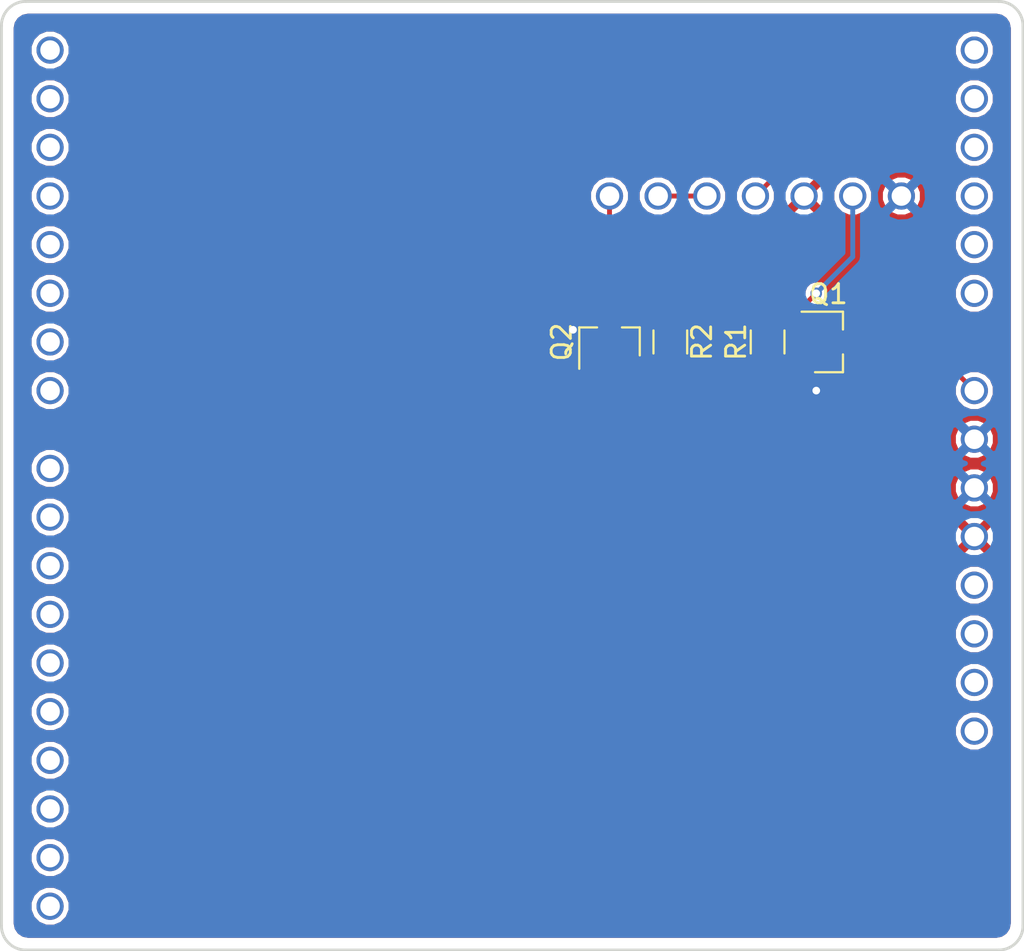
<source format=kicad_pcb>
(kicad_pcb (version 4) (host pcbnew 4.0.7-e2-6376~58~ubuntu14.04.1)

  (general
    (links 14)
    (no_connects 0)
    (area 142.164999 96.444999 195.655001 146.125001)
    (thickness 1.6)
    (drawings 8)
    (tracks 31)
    (zones 0)
    (modules 6)
    (nets 36)
  )

  (page A4)
  (layers
    (0 F.Cu signal)
    (31 B.Cu signal)
    (32 B.Adhes user)
    (33 F.Adhes user)
    (34 B.Paste user)
    (35 F.Paste user)
    (36 B.SilkS user)
    (37 F.SilkS user)
    (38 B.Mask user)
    (39 F.Mask user)
    (40 Dwgs.User user)
    (41 Cmts.User user)
    (42 Eco1.User user)
    (43 Eco2.User user)
    (44 Edge.Cuts user)
    (45 Margin user)
    (46 B.CrtYd user)
    (47 F.CrtYd user)
    (48 B.Fab user)
    (49 F.Fab user)
  )

  (setup
    (last_trace_width 0.254)
    (trace_clearance 0.254)
    (zone_clearance 0.254)
    (zone_45_only no)
    (trace_min 0.2)
    (segment_width 0.2)
    (edge_width 0.15)
    (via_size 0.6)
    (via_drill 0.4)
    (via_min_size 0.4)
    (via_min_drill 0.3)
    (uvia_size 0.3)
    (uvia_drill 0.1)
    (uvias_allowed no)
    (uvia_min_size 0)
    (uvia_min_drill 0)
    (pcb_text_width 0.3)
    (pcb_text_size 1.5 1.5)
    (mod_edge_width 0.15)
    (mod_text_size 1 1)
    (mod_text_width 0.15)
    (pad_size 1.524 1.524)
    (pad_drill 0.762)
    (pad_to_mask_clearance 0.2)
    (aux_axis_origin 0 0)
    (visible_elements FFFFFF7F)
    (pcbplotparams
      (layerselection 0x010f0_80000001)
      (usegerberextensions false)
      (excludeedgelayer true)
      (linewidth 0.100000)
      (plotframeref false)
      (viasonmask false)
      (mode 1)
      (useauxorigin false)
      (hpglpennumber 1)
      (hpglpenspeed 20)
      (hpglpendiameter 15)
      (hpglpenoverlay 2)
      (psnegative false)
      (psa4output false)
      (plotreference true)
      (plotvalue true)
      (plotinvisibletext false)
      (padsonsilk false)
      (subtractmaskfromsilk false)
      (outputformat 1)
      (mirror false)
      (drillshape 0)
      (scaleselection 1)
      (outputdirectory ""))
  )

  (net 0 "")
  (net 1 "Net-(J1-Pad1)")
  (net 2 "Net-(J1-Pad2)")
  (net 3 "Net-(J1-Pad3)")
  (net 4 "Net-(J1-Pad4)")
  (net 5 "Net-(J1-Pad5)")
  (net 6 "Net-(J1-Pad6)")
  (net 7 "Net-(J1-Pad7)")
  (net 8 "Net-(J1-Pad8)")
  (net 9 "Net-(J1-Pad9)")
  (net 10 "Net-(J1-Pad10)")
  (net 11 "Net-(J1-Pad11)")
  (net 12 "Net-(J1-Pad12)")
  (net 13 "Net-(J1-Pad13)")
  (net 14 "Net-(J1-Pad14)")
  (net 15 "Net-(J1-Pad15)")
  (net 16 "Net-(J1-Pad16)")
  (net 17 "Net-(J1-Pad17)")
  (net 18 "Net-(J1-Pad18)")
  (net 19 "Net-(J1-Pad19)")
  (net 20 "Net-(J1-Pad20)")
  (net 21 "Net-(J1-Pad21)")
  (net 22 "Net-(J1-Pad22)")
  (net 23 "Net-(J1-Pad23)")
  (net 24 "Net-(J1-Pad24)")
  (net 25 +12V)
  (net 26 GND)
  (net 27 VCC)
  (net 28 "Net-(J1-Pad29)")
  (net 29 "Net-(J1-Pad30)")
  (net 30 "Net-(J1-Pad31)")
  (net 31 "Net-(J1-Pad32)")
  (net 32 /Estop-)
  (net 33 /Estop+)
  (net 34 /HE_Out)
  (net 35 "Net-(Q1-Pad3)")

  (net_class Default "This is the default net class."
    (clearance 0.254)
    (trace_width 0.254)
    (via_dia 0.6)
    (via_drill 0.4)
    (uvia_dia 0.3)
    (uvia_drill 0.1)
    (add_net +12V)
    (add_net /Estop+)
    (add_net /Estop-)
    (add_net /HE_Out)
    (add_net GND)
    (add_net "Net-(J1-Pad1)")
    (add_net "Net-(J1-Pad10)")
    (add_net "Net-(J1-Pad11)")
    (add_net "Net-(J1-Pad12)")
    (add_net "Net-(J1-Pad13)")
    (add_net "Net-(J1-Pad14)")
    (add_net "Net-(J1-Pad15)")
    (add_net "Net-(J1-Pad16)")
    (add_net "Net-(J1-Pad17)")
    (add_net "Net-(J1-Pad18)")
    (add_net "Net-(J1-Pad19)")
    (add_net "Net-(J1-Pad2)")
    (add_net "Net-(J1-Pad20)")
    (add_net "Net-(J1-Pad21)")
    (add_net "Net-(J1-Pad22)")
    (add_net "Net-(J1-Pad23)")
    (add_net "Net-(J1-Pad24)")
    (add_net "Net-(J1-Pad29)")
    (add_net "Net-(J1-Pad3)")
    (add_net "Net-(J1-Pad30)")
    (add_net "Net-(J1-Pad31)")
    (add_net "Net-(J1-Pad32)")
    (add_net "Net-(J1-Pad4)")
    (add_net "Net-(J1-Pad5)")
    (add_net "Net-(J1-Pad6)")
    (add_net "Net-(J1-Pad7)")
    (add_net "Net-(J1-Pad8)")
    (add_net "Net-(J1-Pad9)")
    (add_net "Net-(Q1-Pad3)")
    (add_net VCC)
  )

  (module footprints:SOT-23F (layer F.Cu) (tedit 59F24B04) (tstamp 5A0652AD)
    (at 173.99 114.3 90)
    (descr "SOT-23, Standard")
    (tags SOT-23)
    (path /5A063FB1)
    (attr smd)
    (fp_text reference Q2 (at 0 -2.5 90) (layer F.SilkS)
      (effects (font (size 1 1) (thickness 0.15)))
    )
    (fp_text value SSM3K333R (at 0 2.5 90) (layer F.Fab) hide
      (effects (font (size 1 1) (thickness 0.15)))
    )
    (fp_line (start -0.7 -0.95) (end -0.7 1.5) (layer F.Fab) (width 0.1))
    (fp_line (start -0.15 -1.52) (end 0.7 -1.52) (layer F.Fab) (width 0.1))
    (fp_line (start -0.7 -0.95) (end -0.15 -1.52) (layer F.Fab) (width 0.1))
    (fp_line (start 0.7 -1.52) (end 0.7 1.52) (layer F.Fab) (width 0.1))
    (fp_line (start -0.7 1.52) (end 0.7 1.52) (layer F.Fab) (width 0.1))
    (fp_line (start 0.76 1.58) (end 0.76 0.65) (layer F.SilkS) (width 0.12))
    (fp_line (start 0.76 -1.58) (end 0.76 -0.65) (layer F.SilkS) (width 0.12))
    (fp_line (start -1.7 -1.75) (end 1.7 -1.75) (layer F.CrtYd) (width 0.05))
    (fp_line (start 1.7 -1.75) (end 1.7 1.75) (layer F.CrtYd) (width 0.05))
    (fp_line (start 1.7 1.75) (end -1.7 1.75) (layer F.CrtYd) (width 0.05))
    (fp_line (start -1.7 1.75) (end -1.7 -1.75) (layer F.CrtYd) (width 0.05))
    (fp_line (start 0.76 -1.58) (end -1.4 -1.58) (layer F.SilkS) (width 0.12))
    (fp_line (start 0.76 1.58) (end -0.7 1.58) (layer F.SilkS) (width 0.12))
    (pad 1 smd rect (at -1.05 -0.95 90) (size 0.9 0.8) (layers F.Cu F.Paste F.Mask)
      (net 35 "Net-(Q1-Pad3)"))
    (pad 2 smd rect (at -1.05 0.95 90) (size 0.9 0.8) (layers F.Cu F.Paste F.Mask)
      (net 26 GND))
    (pad 3 smd rect (at 1.05 0 90) (size 0.9 0.8) (layers F.Cu F.Paste F.Mask)
      (net 32 /Estop-))
    (model ${KISYS3DMOD}/TO_SOT_Packages_SMD.3dshapes/SOT-23.wrl
      (at (xyz 0 0 0))
      (scale (xyz 1 1 1))
      (rotate (xyz 0 0 0))
    )
  )

  (module odysseus:Header_Arduino_Shield (layer F.Cu) (tedit 5A065532) (tstamp 5A065294)
    (at 144.78 99.06)
    (path /5A064289)
    (fp_text reference J1 (at 2.54 0) (layer F.Fab)
      (effects (font (size 1 1) (thickness 0.15)))
    )
    (fp_text value Conn_01x32 (at 0 -0.5) (layer F.Fab) hide
      (effects (font (size 1 1) (thickness 0.15)))
    )
    (pad 1 thru_hole circle (at 0 0) (size 1.42 1.42) (drill 1.02) (layers *.Cu *.Mask)
      (net 1 "Net-(J1-Pad1)"))
    (pad 2 thru_hole circle (at 0 2.54) (size 1.42 1.42) (drill 1.02) (layers *.Cu *.Mask)
      (net 2 "Net-(J1-Pad2)"))
    (pad 3 thru_hole circle (at 0 5.08) (size 1.42 1.42) (drill 1.02) (layers *.Cu *.Mask)
      (net 3 "Net-(J1-Pad3)"))
    (pad 4 thru_hole circle (at 0 7.62) (size 1.42 1.42) (drill 1.02) (layers *.Cu *.Mask)
      (net 4 "Net-(J1-Pad4)"))
    (pad 5 thru_hole circle (at 0 10.16) (size 1.42 1.42) (drill 1.02) (layers *.Cu *.Mask)
      (net 5 "Net-(J1-Pad5)"))
    (pad 6 thru_hole circle (at 0 12.7) (size 1.42 1.42) (drill 1.02) (layers *.Cu *.Mask)
      (net 6 "Net-(J1-Pad6)"))
    (pad 7 thru_hole circle (at 0 15.24) (size 1.42 1.42) (drill 1.02) (layers *.Cu *.Mask)
      (net 7 "Net-(J1-Pad7)"))
    (pad 8 thru_hole circle (at 0 17.78) (size 1.42 1.42) (drill 1.02) (layers *.Cu *.Mask)
      (net 8 "Net-(J1-Pad8)"))
    (pad 9 thru_hole circle (at 0 21.844) (size 1.42 1.42) (drill 1.02) (layers *.Cu *.Mask)
      (net 9 "Net-(J1-Pad9)"))
    (pad 10 thru_hole circle (at 0 24.384) (size 1.42 1.42) (drill 1.02) (layers *.Cu *.Mask)
      (net 10 "Net-(J1-Pad10)"))
    (pad 11 thru_hole circle (at 0 26.924) (size 1.42 1.42) (drill 1.02) (layers *.Cu *.Mask)
      (net 11 "Net-(J1-Pad11)"))
    (pad 12 thru_hole circle (at 0 29.464) (size 1.42 1.42) (drill 1.02) (layers *.Cu *.Mask)
      (net 12 "Net-(J1-Pad12)"))
    (pad 13 thru_hole circle (at 0 32.004) (size 1.42 1.42) (drill 1.02) (layers *.Cu *.Mask)
      (net 13 "Net-(J1-Pad13)"))
    (pad 14 thru_hole circle (at 0 34.544) (size 1.42 1.42) (drill 1.02) (layers *.Cu *.Mask)
      (net 14 "Net-(J1-Pad14)"))
    (pad 15 thru_hole circle (at 0 37.084) (size 1.42 1.42) (drill 1.02) (layers *.Cu *.Mask)
      (net 15 "Net-(J1-Pad15)"))
    (pad 16 thru_hole circle (at 0 39.624) (size 1.42 1.42) (drill 1.02) (layers *.Cu *.Mask)
      (net 16 "Net-(J1-Pad16)"))
    (pad 17 thru_hole circle (at 0 42.164) (size 1.42 1.42) (drill 1.02) (layers *.Cu *.Mask)
      (net 17 "Net-(J1-Pad17)"))
    (pad 18 thru_hole circle (at 0 44.704) (size 1.42 1.42) (drill 1.02) (layers *.Cu *.Mask)
      (net 18 "Net-(J1-Pad18)"))
    (pad 19 thru_hole circle (at 48.26 0) (size 1.42 1.42) (drill 1.02) (layers *.Cu *.Mask)
      (net 19 "Net-(J1-Pad19)"))
    (pad 20 thru_hole circle (at 48.26 2.54) (size 1.42 1.42) (drill 1.02) (layers *.Cu *.Mask)
      (net 20 "Net-(J1-Pad20)"))
    (pad 21 thru_hole circle (at 48.26 5.08) (size 1.42 1.42) (drill 1.02) (layers *.Cu *.Mask)
      (net 21 "Net-(J1-Pad21)"))
    (pad 22 thru_hole circle (at 48.26 7.62) (size 1.42 1.42) (drill 1.02) (layers *.Cu *.Mask)
      (net 22 "Net-(J1-Pad22)"))
    (pad 23 thru_hole circle (at 48.26 10.16) (size 1.42 1.42) (drill 1.02) (layers *.Cu *.Mask)
      (net 23 "Net-(J1-Pad23)"))
    (pad 24 thru_hole circle (at 48.26 12.7) (size 1.42 1.42) (drill 1.02) (layers *.Cu *.Mask)
      (net 24 "Net-(J1-Pad24)"))
    (pad 25 thru_hole circle (at 48.26 17.78) (size 1.42 1.42) (drill 1.02) (layers *.Cu *.Mask)
      (net 25 +12V))
    (pad 26 thru_hole circle (at 48.26 20.32) (size 1.42 1.42) (drill 1.02) (layers *.Cu *.Mask)
      (net 26 GND))
    (pad 27 thru_hole circle (at 48.26 22.86) (size 1.42 1.42) (drill 1.02) (layers *.Cu *.Mask)
      (net 26 GND))
    (pad 28 thru_hole circle (at 48.26 25.4) (size 1.42 1.42) (drill 1.02) (layers *.Cu *.Mask)
      (net 27 VCC))
    (pad 29 thru_hole circle (at 48.26 27.94) (size 1.42 1.42) (drill 1.02) (layers *.Cu *.Mask)
      (net 28 "Net-(J1-Pad29)"))
    (pad 30 thru_hole circle (at 48.26 30.48) (size 1.42 1.42) (drill 1.02) (layers *.Cu *.Mask)
      (net 29 "Net-(J1-Pad30)"))
    (pad 31 thru_hole circle (at 48.26 33.02) (size 1.42 1.42) (drill 1.02) (layers *.Cu *.Mask)
      (net 30 "Net-(J1-Pad31)"))
    (pad 32 thru_hole circle (at 48.26 35.56) (size 1.42 1.42) (drill 1.02) (layers *.Cu *.Mask)
      (net 31 "Net-(J1-Pad32)"))
  )

  (module odysseus:Header_P2.54mm_7 (layer F.Cu) (tedit 5A065543) (tstamp 5A06529F)
    (at 173.99 106.68 90)
    (path /5A0643BB)
    (fp_text reference J2 (at 0 -2.54 90) (layer F.Fab)
      (effects (font (size 1 1) (thickness 0.15)))
    )
    (fp_text value Conn_01x07 (at 0 -0.5 90) (layer F.Fab) hide
      (effects (font (size 1 1) (thickness 0.15)))
    )
    (pad 1 thru_hole circle (at 0 0 90) (size 1.42 1.42) (drill 1.02) (layers *.Cu *.Mask)
      (net 32 /Estop-))
    (pad 2 thru_hole circle (at 0 2.54 90) (size 1.42 1.42) (drill 1.02) (layers *.Cu *.Mask)
      (net 33 /Estop+))
    (pad 3 thru_hole circle (at 0 5.08 90) (size 1.42 1.42) (drill 1.02) (layers *.Cu *.Mask)
      (net 33 /Estop+))
    (pad 4 thru_hole circle (at 0 7.62 90) (size 1.42 1.42) (drill 1.02) (layers *.Cu *.Mask)
      (net 25 +12V))
    (pad 5 thru_hole circle (at 0 10.16 90) (size 1.42 1.42) (drill 1.02) (layers *.Cu *.Mask)
      (net 27 VCC))
    (pad 6 thru_hole circle (at 0 12.7 90) (size 1.42 1.42) (drill 1.02) (layers *.Cu *.Mask)
      (net 34 /HE_Out))
    (pad 7 thru_hole circle (at 0 15.24 90) (size 1.42 1.42) (drill 1.02) (layers *.Cu *.Mask)
      (net 26 GND))
  )

  (module footprints:SOT-23F (layer F.Cu) (tedit 59F24B04) (tstamp 5A0652A6)
    (at 185.42 114.3)
    (descr "SOT-23, Standard")
    (tags SOT-23)
    (path /5A064039)
    (attr smd)
    (fp_text reference Q1 (at 0 -2.5) (layer F.SilkS)
      (effects (font (size 1 1) (thickness 0.15)))
    )
    (fp_text value SSM3K333R (at 0 2.5) (layer F.Fab) hide
      (effects (font (size 1 1) (thickness 0.15)))
    )
    (fp_line (start -0.7 -0.95) (end -0.7 1.5) (layer F.Fab) (width 0.1))
    (fp_line (start -0.15 -1.52) (end 0.7 -1.52) (layer F.Fab) (width 0.1))
    (fp_line (start -0.7 -0.95) (end -0.15 -1.52) (layer F.Fab) (width 0.1))
    (fp_line (start 0.7 -1.52) (end 0.7 1.52) (layer F.Fab) (width 0.1))
    (fp_line (start -0.7 1.52) (end 0.7 1.52) (layer F.Fab) (width 0.1))
    (fp_line (start 0.76 1.58) (end 0.76 0.65) (layer F.SilkS) (width 0.12))
    (fp_line (start 0.76 -1.58) (end 0.76 -0.65) (layer F.SilkS) (width 0.12))
    (fp_line (start -1.7 -1.75) (end 1.7 -1.75) (layer F.CrtYd) (width 0.05))
    (fp_line (start 1.7 -1.75) (end 1.7 1.75) (layer F.CrtYd) (width 0.05))
    (fp_line (start 1.7 1.75) (end -1.7 1.75) (layer F.CrtYd) (width 0.05))
    (fp_line (start -1.7 1.75) (end -1.7 -1.75) (layer F.CrtYd) (width 0.05))
    (fp_line (start 0.76 -1.58) (end -1.4 -1.58) (layer F.SilkS) (width 0.12))
    (fp_line (start 0.76 1.58) (end -0.7 1.58) (layer F.SilkS) (width 0.12))
    (pad 1 smd rect (at -1.05 -0.95) (size 0.9 0.8) (layers F.Cu F.Paste F.Mask)
      (net 34 /HE_Out))
    (pad 2 smd rect (at -1.05 0.95) (size 0.9 0.8) (layers F.Cu F.Paste F.Mask)
      (net 26 GND))
    (pad 3 smd rect (at 1.05 0) (size 0.9 0.8) (layers F.Cu F.Paste F.Mask)
      (net 35 "Net-(Q1-Pad3)"))
    (model ${KISYS3DMOD}/TO_SOT_Packages_SMD.3dshapes/SOT-23.wrl
      (at (xyz 0 0 0))
      (scale (xyz 1 1 1))
      (rotate (xyz 0 0 0))
    )
  )

  (module footprints:R_0805_OEM (layer F.Cu) (tedit 59F25131) (tstamp 5A0652B3)
    (at 182.245 114.3 90)
    (descr "Resistor SMD 0805, reflow soldering, Vishay (see dcrcw.pdf)")
    (tags "resistor 0805")
    (path /5A0646A5)
    (attr smd)
    (fp_text reference R1 (at 0 -1.65 90) (layer F.SilkS)
      (effects (font (size 1 1) (thickness 0.15)))
    )
    (fp_text value R_10k (at 0 1.75 90) (layer F.Fab) hide
      (effects (font (size 1 1) (thickness 0.15)))
    )
    (fp_line (start -1 0.62) (end -1 -0.62) (layer F.Fab) (width 0.1))
    (fp_line (start 1 0.62) (end -1 0.62) (layer F.Fab) (width 0.1))
    (fp_line (start 1 -0.62) (end 1 0.62) (layer F.Fab) (width 0.1))
    (fp_line (start -1 -0.62) (end 1 -0.62) (layer F.Fab) (width 0.1))
    (fp_line (start 0.6 0.88) (end -0.6 0.88) (layer F.SilkS) (width 0.12))
    (fp_line (start -0.6 -0.88) (end 0.6 -0.88) (layer F.SilkS) (width 0.12))
    (fp_line (start -1.55 -0.9) (end 1.55 -0.9) (layer F.CrtYd) (width 0.05))
    (fp_line (start -1.55 -0.9) (end -1.55 0.9) (layer F.CrtYd) (width 0.05))
    (fp_line (start 1.55 0.9) (end 1.55 -0.9) (layer F.CrtYd) (width 0.05))
    (fp_line (start 1.55 0.9) (end -1.55 0.9) (layer F.CrtYd) (width 0.05))
    (pad 1 smd rect (at -0.95 0 90) (size 0.7 1.3) (layers F.Cu F.Paste F.Mask)
      (net 27 VCC))
    (pad 2 smd rect (at 0.95 0 90) (size 0.7 1.3) (layers F.Cu F.Paste F.Mask)
      (net 34 /HE_Out))
    (model ${KISYS3DMOD}/Resistors_SMD.3dshapes/R_0805.wrl
      (at (xyz 0 0 0))
      (scale (xyz 1 1 1))
      (rotate (xyz 0 0 0))
    )
  )

  (module footprints:R_0805_OEM (layer F.Cu) (tedit 59F25131) (tstamp 5A0652B9)
    (at 177.165 114.3 270)
    (descr "Resistor SMD 0805, reflow soldering, Vishay (see dcrcw.pdf)")
    (tags "resistor 0805")
    (path /5A0646D8)
    (attr smd)
    (fp_text reference R2 (at 0 -1.65 270) (layer F.SilkS)
      (effects (font (size 1 1) (thickness 0.15)))
    )
    (fp_text value R_10k (at 0 1.75 270) (layer F.Fab) hide
      (effects (font (size 1 1) (thickness 0.15)))
    )
    (fp_line (start -1 0.62) (end -1 -0.62) (layer F.Fab) (width 0.1))
    (fp_line (start 1 0.62) (end -1 0.62) (layer F.Fab) (width 0.1))
    (fp_line (start 1 -0.62) (end 1 0.62) (layer F.Fab) (width 0.1))
    (fp_line (start -1 -0.62) (end 1 -0.62) (layer F.Fab) (width 0.1))
    (fp_line (start 0.6 0.88) (end -0.6 0.88) (layer F.SilkS) (width 0.12))
    (fp_line (start -0.6 -0.88) (end 0.6 -0.88) (layer F.SilkS) (width 0.12))
    (fp_line (start -1.55 -0.9) (end 1.55 -0.9) (layer F.CrtYd) (width 0.05))
    (fp_line (start -1.55 -0.9) (end -1.55 0.9) (layer F.CrtYd) (width 0.05))
    (fp_line (start 1.55 0.9) (end 1.55 -0.9) (layer F.CrtYd) (width 0.05))
    (fp_line (start 1.55 0.9) (end -1.55 0.9) (layer F.CrtYd) (width 0.05))
    (pad 1 smd rect (at -0.95 0 270) (size 0.7 1.3) (layers F.Cu F.Paste F.Mask)
      (net 27 VCC))
    (pad 2 smd rect (at 0.95 0 270) (size 0.7 1.3) (layers F.Cu F.Paste F.Mask)
      (net 35 "Net-(Q1-Pad3)"))
    (model ${KISYS3DMOD}/Resistors_SMD.3dshapes/R_0805.wrl
      (at (xyz 0 0 0))
      (scale (xyz 1 1 1))
      (rotate (xyz 0 0 0))
    )
  )

  (gr_line (start 194.31 146.05) (end 143.51 146.05) (layer Edge.Cuts) (width 0.15))
  (gr_line (start 195.58 97.79) (end 195.58 144.78) (layer Edge.Cuts) (width 0.15))
  (gr_line (start 143.51 96.52) (end 194.31 96.52) (layer Edge.Cuts) (width 0.15))
  (gr_line (start 142.24 144.78) (end 142.24 97.79) (layer Edge.Cuts) (width 0.15))
  (gr_arc (start 143.51 144.78) (end 143.51 146.05) (angle 90) (layer Edge.Cuts) (width 0.15))
  (gr_arc (start 194.31 144.78) (end 195.58 144.78) (angle 90) (layer Edge.Cuts) (width 0.15))
  (gr_arc (start 194.31 97.79) (end 194.31 96.52) (angle 90) (layer Edge.Cuts) (width 0.15))
  (gr_arc (start 143.51 97.79) (end 142.24 97.79) (angle 90) (layer Edge.Cuts) (width 0.15))

  (segment (start 191.135 111.390909) (end 191.135 114.935) (width 0.254) (layer F.Cu) (net 25))
  (segment (start 191.135 114.935) (end 193.04 116.84) (width 0.254) (layer F.Cu) (net 25))
  (segment (start 189.865 104.775) (end 183.515 104.775) (width 0.254) (layer F.Cu) (net 25))
  (segment (start 183.515 104.775) (end 181.61 106.68) (width 0.254) (layer F.Cu) (net 25))
  (segment (start 191.135 106.045) (end 189.865 104.775) (width 0.254) (layer F.Cu) (net 25))
  (segment (start 191.135 111.390909) (end 191.135 106.045) (width 0.254) (layer F.Cu) (net 25))
  (segment (start 174.94 115.35) (end 174.94 115.3) (width 0.254) (layer F.Cu) (net 26))
  (segment (start 174.94 115.3) (end 173.721001 114.081001) (width 0.254) (layer F.Cu) (net 26))
  (segment (start 173.721001 114.081001) (end 172.501001 114.081001) (width 0.254) (layer F.Cu) (net 26))
  (segment (start 172.501001 114.081001) (end 172.384999 113.964999) (width 0.254) (layer F.Cu) (net 26))
  (segment (start 172.384999 113.964999) (end 172.085 113.665) (width 0.254) (layer F.Cu) (net 26))
  (segment (start 184.37 115.25) (end 184.37 116.425) (width 0.254) (layer F.Cu) (net 26))
  (segment (start 184.37 116.425) (end 184.785 116.84) (width 0.254) (layer F.Cu) (net 26))
  (via (at 184.785 116.84) (size 0.6) (drill 0.4) (layers F.Cu B.Cu) (net 26))
  (via (at 172.085 113.665) (size 0.6) (drill 0.4) (layers F.Cu B.Cu) (net 26))
  (segment (start 173.99 106.68) (end 173.99 113.25) (width 0.254) (layer F.Cu) (net 32))
  (segment (start 176.53 106.68) (end 179.07 106.68) (width 0.254) (layer F.Cu) (net 33))
  (segment (start 184.785 111.76) (end 186.69 109.855) (width 0.254) (layer B.Cu) (net 34))
  (segment (start 186.69 109.855) (end 186.69 106.68) (width 0.254) (layer B.Cu) (net 34))
  (segment (start 184.37 113.35) (end 184.37 112.175) (width 0.254) (layer F.Cu) (net 34))
  (segment (start 184.37 112.175) (end 184.785 111.76) (width 0.254) (layer F.Cu) (net 34))
  (via (at 184.785 111.76) (size 0.6) (drill 0.4) (layers F.Cu B.Cu) (net 34))
  (segment (start 182.245 113.35) (end 184.37 113.35) (width 0.254) (layer F.Cu) (net 34))
  (segment (start 173.04 115.35) (end 173.04 116.525) (width 0.254) (layer F.Cu) (net 35))
  (segment (start 173.04 116.525) (end 173.355 116.84) (width 0.254) (layer F.Cu) (net 35))
  (segment (start 177.165 116.205) (end 177.165 115.25) (width 0.254) (layer F.Cu) (net 35))
  (segment (start 173.355 116.84) (end 176.53 116.84) (width 0.254) (layer F.Cu) (net 35))
  (segment (start 176.53 116.84) (end 177.165 116.205) (width 0.254) (layer F.Cu) (net 35))
  (segment (start 186.47 114.3) (end 177.511 114.3) (width 0.254) (layer F.Cu) (net 35))
  (segment (start 177.511 114.3) (end 177.165 114.646) (width 0.254) (layer F.Cu) (net 35))
  (segment (start 177.165 114.646) (end 177.165 115.25) (width 0.254) (layer F.Cu) (net 35))

  (zone (net 27) (net_name VCC) (layer F.Cu) (tstamp 0) (hatch edge 0.508)
    (connect_pads (clearance 0.254))
    (min_thickness 0.254)
    (fill yes (arc_segments 16) (thermal_gap 0.508) (thermal_bridge_width 0.508) (smoothing fillet) (radius 0.762))
    (polygon
      (pts
        (xy 142.875 97.155) (xy 194.945 97.155) (xy 194.945 145.415) (xy 142.875 145.415)
      )
    )
    (filled_polygon
      (pts
        (xy 194.425051 97.332636) (xy 194.630253 97.469747) (xy 194.767364 97.674949) (xy 194.818 97.92951) (xy 194.818 144.64049)
        (xy 194.767364 144.895051) (xy 194.630253 145.100253) (xy 194.425051 145.237364) (xy 194.17049 145.288) (xy 143.64951 145.288)
        (xy 143.394949 145.237364) (xy 143.189747 145.100253) (xy 143.052636 144.895051) (xy 143.002 144.64049) (xy 143.002 143.980061)
        (xy 143.688811 143.980061) (xy 143.854556 144.381195) (xy 144.161191 144.688366) (xy 144.562035 144.85481) (xy 144.996061 144.855189)
        (xy 145.397195 144.689444) (xy 145.704366 144.382809) (xy 145.87081 143.981965) (xy 145.871189 143.547939) (xy 145.705444 143.146805)
        (xy 145.398809 142.839634) (xy 144.997965 142.67319) (xy 144.563939 142.672811) (xy 144.162805 142.838556) (xy 143.855634 143.145191)
        (xy 143.68919 143.546035) (xy 143.688811 143.980061) (xy 143.002 143.980061) (xy 143.002 141.440061) (xy 143.688811 141.440061)
        (xy 143.854556 141.841195) (xy 144.161191 142.148366) (xy 144.562035 142.31481) (xy 144.996061 142.315189) (xy 145.397195 142.149444)
        (xy 145.704366 141.842809) (xy 145.87081 141.441965) (xy 145.871189 141.007939) (xy 145.705444 140.606805) (xy 145.398809 140.299634)
        (xy 144.997965 140.13319) (xy 144.563939 140.132811) (xy 144.162805 140.298556) (xy 143.855634 140.605191) (xy 143.68919 141.006035)
        (xy 143.688811 141.440061) (xy 143.002 141.440061) (xy 143.002 138.900061) (xy 143.688811 138.900061) (xy 143.854556 139.301195)
        (xy 144.161191 139.608366) (xy 144.562035 139.77481) (xy 144.996061 139.775189) (xy 145.397195 139.609444) (xy 145.704366 139.302809)
        (xy 145.87081 138.901965) (xy 145.871189 138.467939) (xy 145.705444 138.066805) (xy 145.398809 137.759634) (xy 144.997965 137.59319)
        (xy 144.563939 137.592811) (xy 144.162805 137.758556) (xy 143.855634 138.065191) (xy 143.68919 138.466035) (xy 143.688811 138.900061)
        (xy 143.002 138.900061) (xy 143.002 136.360061) (xy 143.688811 136.360061) (xy 143.854556 136.761195) (xy 144.161191 137.068366)
        (xy 144.562035 137.23481) (xy 144.996061 137.235189) (xy 145.397195 137.069444) (xy 145.704366 136.762809) (xy 145.87081 136.361965)
        (xy 145.871189 135.927939) (xy 145.705444 135.526805) (xy 145.398809 135.219634) (xy 144.997965 135.05319) (xy 144.563939 135.052811)
        (xy 144.162805 135.218556) (xy 143.855634 135.525191) (xy 143.68919 135.926035) (xy 143.688811 136.360061) (xy 143.002 136.360061)
        (xy 143.002 134.836061) (xy 191.948811 134.836061) (xy 192.114556 135.237195) (xy 192.421191 135.544366) (xy 192.822035 135.71081)
        (xy 193.256061 135.711189) (xy 193.657195 135.545444) (xy 193.964366 135.238809) (xy 194.13081 134.837965) (xy 194.131189 134.403939)
        (xy 193.965444 134.002805) (xy 193.658809 133.695634) (xy 193.257965 133.52919) (xy 192.823939 133.528811) (xy 192.422805 133.694556)
        (xy 192.115634 134.001191) (xy 191.94919 134.402035) (xy 191.948811 134.836061) (xy 143.002 134.836061) (xy 143.002 133.820061)
        (xy 143.688811 133.820061) (xy 143.854556 134.221195) (xy 144.161191 134.528366) (xy 144.562035 134.69481) (xy 144.996061 134.695189)
        (xy 145.397195 134.529444) (xy 145.704366 134.222809) (xy 145.87081 133.821965) (xy 145.871189 133.387939) (xy 145.705444 132.986805)
        (xy 145.398809 132.679634) (xy 144.997965 132.51319) (xy 144.563939 132.512811) (xy 144.162805 132.678556) (xy 143.855634 132.985191)
        (xy 143.68919 133.386035) (xy 143.688811 133.820061) (xy 143.002 133.820061) (xy 143.002 132.296061) (xy 191.948811 132.296061)
        (xy 192.114556 132.697195) (xy 192.421191 133.004366) (xy 192.822035 133.17081) (xy 193.256061 133.171189) (xy 193.657195 133.005444)
        (xy 193.964366 132.698809) (xy 194.13081 132.297965) (xy 194.131189 131.863939) (xy 193.965444 131.462805) (xy 193.658809 131.155634)
        (xy 193.257965 130.98919) (xy 192.823939 130.988811) (xy 192.422805 131.154556) (xy 192.115634 131.461191) (xy 191.94919 131.862035)
        (xy 191.948811 132.296061) (xy 143.002 132.296061) (xy 143.002 131.280061) (xy 143.688811 131.280061) (xy 143.854556 131.681195)
        (xy 144.161191 131.988366) (xy 144.562035 132.15481) (xy 144.996061 132.155189) (xy 145.397195 131.989444) (xy 145.704366 131.682809)
        (xy 145.87081 131.281965) (xy 145.871189 130.847939) (xy 145.705444 130.446805) (xy 145.398809 130.139634) (xy 144.997965 129.97319)
        (xy 144.563939 129.972811) (xy 144.162805 130.138556) (xy 143.855634 130.445191) (xy 143.68919 130.846035) (xy 143.688811 131.280061)
        (xy 143.002 131.280061) (xy 143.002 129.756061) (xy 191.948811 129.756061) (xy 192.114556 130.157195) (xy 192.421191 130.464366)
        (xy 192.822035 130.63081) (xy 193.256061 130.631189) (xy 193.657195 130.465444) (xy 193.964366 130.158809) (xy 194.13081 129.757965)
        (xy 194.131189 129.323939) (xy 193.965444 128.922805) (xy 193.658809 128.615634) (xy 193.257965 128.44919) (xy 192.823939 128.448811)
        (xy 192.422805 128.614556) (xy 192.115634 128.921191) (xy 191.94919 129.322035) (xy 191.948811 129.756061) (xy 143.002 129.756061)
        (xy 143.002 128.740061) (xy 143.688811 128.740061) (xy 143.854556 129.141195) (xy 144.161191 129.448366) (xy 144.562035 129.61481)
        (xy 144.996061 129.615189) (xy 145.397195 129.449444) (xy 145.704366 129.142809) (xy 145.87081 128.741965) (xy 145.871189 128.307939)
        (xy 145.705444 127.906805) (xy 145.398809 127.599634) (xy 144.997965 127.43319) (xy 144.563939 127.432811) (xy 144.162805 127.598556)
        (xy 143.855634 127.905191) (xy 143.68919 128.306035) (xy 143.688811 128.740061) (xy 143.002 128.740061) (xy 143.002 127.216061)
        (xy 191.948811 127.216061) (xy 192.114556 127.617195) (xy 192.421191 127.924366) (xy 192.822035 128.09081) (xy 193.256061 128.091189)
        (xy 193.657195 127.925444) (xy 193.964366 127.618809) (xy 194.13081 127.217965) (xy 194.131189 126.783939) (xy 193.965444 126.382805)
        (xy 193.658809 126.075634) (xy 193.257965 125.90919) (xy 192.823939 125.908811) (xy 192.422805 126.074556) (xy 192.115634 126.381191)
        (xy 191.94919 126.782035) (xy 191.948811 127.216061) (xy 143.002 127.216061) (xy 143.002 126.200061) (xy 143.688811 126.200061)
        (xy 143.854556 126.601195) (xy 144.161191 126.908366) (xy 144.562035 127.07481) (xy 144.996061 127.075189) (xy 145.397195 126.909444)
        (xy 145.704366 126.602809) (xy 145.87081 126.201965) (xy 145.871189 125.767939) (xy 145.720204 125.402525) (xy 192.277081 125.402525)
        (xy 192.34015 125.639327) (xy 192.844732 125.817377) (xy 193.379041 125.788779) (xy 193.73985 125.639327) (xy 193.802919 125.402525)
        (xy 193.04 124.639605) (xy 192.277081 125.402525) (xy 145.720204 125.402525) (xy 145.705444 125.366805) (xy 145.398809 125.059634)
        (xy 144.997965 124.89319) (xy 144.563939 124.892811) (xy 144.162805 125.058556) (xy 143.855634 125.365191) (xy 143.68919 125.766035)
        (xy 143.688811 126.200061) (xy 143.002 126.200061) (xy 143.002 123.660061) (xy 143.688811 123.660061) (xy 143.854556 124.061195)
        (xy 144.161191 124.368366) (xy 144.562035 124.53481) (xy 144.996061 124.535189) (xy 145.397195 124.369444) (xy 145.50209 124.264732)
        (xy 191.682623 124.264732) (xy 191.711221 124.799041) (xy 191.860673 125.15985) (xy 192.097475 125.222919) (xy 192.860395 124.46)
        (xy 193.219605 124.46) (xy 193.982525 125.222919) (xy 194.219327 125.15985) (xy 194.397377 124.655268) (xy 194.368779 124.120959)
        (xy 194.219327 123.76015) (xy 193.982525 123.697081) (xy 193.219605 124.46) (xy 192.860395 124.46) (xy 192.097475 123.697081)
        (xy 191.860673 123.76015) (xy 191.682623 124.264732) (xy 145.50209 124.264732) (xy 145.704366 124.062809) (xy 145.87081 123.661965)
        (xy 145.870936 123.517475) (xy 192.277081 123.517475) (xy 193.04 124.280395) (xy 193.802919 123.517475) (xy 193.73985 123.280673)
        (xy 193.235268 123.102623) (xy 192.700959 123.131221) (xy 192.34015 123.280673) (xy 192.277081 123.517475) (xy 145.870936 123.517475)
        (xy 145.871189 123.227939) (xy 145.705444 122.826805) (xy 145.398809 122.519634) (xy 144.997965 122.35319) (xy 144.563939 122.352811)
        (xy 144.162805 122.518556) (xy 143.855634 122.825191) (xy 143.68919 123.226035) (xy 143.688811 123.660061) (xy 143.002 123.660061)
        (xy 143.002 122.136061) (xy 191.948811 122.136061) (xy 192.114556 122.537195) (xy 192.421191 122.844366) (xy 192.822035 123.01081)
        (xy 193.256061 123.011189) (xy 193.657195 122.845444) (xy 193.964366 122.538809) (xy 194.13081 122.137965) (xy 194.131189 121.703939)
        (xy 193.965444 121.302805) (xy 193.658809 120.995634) (xy 193.257965 120.82919) (xy 192.823939 120.828811) (xy 192.422805 120.994556)
        (xy 192.115634 121.301191) (xy 191.94919 121.702035) (xy 191.948811 122.136061) (xy 143.002 122.136061) (xy 143.002 121.120061)
        (xy 143.688811 121.120061) (xy 143.854556 121.521195) (xy 144.161191 121.828366) (xy 144.562035 121.99481) (xy 144.996061 121.995189)
        (xy 145.397195 121.829444) (xy 145.704366 121.522809) (xy 145.87081 121.121965) (xy 145.871189 120.687939) (xy 145.705444 120.286805)
        (xy 145.398809 119.979634) (xy 144.997965 119.81319) (xy 144.563939 119.812811) (xy 144.162805 119.978556) (xy 143.855634 120.285191)
        (xy 143.68919 120.686035) (xy 143.688811 121.120061) (xy 143.002 121.120061) (xy 143.002 119.596061) (xy 191.948811 119.596061)
        (xy 192.114556 119.997195) (xy 192.421191 120.304366) (xy 192.822035 120.47081) (xy 193.256061 120.471189) (xy 193.657195 120.305444)
        (xy 193.964366 119.998809) (xy 194.13081 119.597965) (xy 194.131189 119.163939) (xy 193.965444 118.762805) (xy 193.658809 118.455634)
        (xy 193.257965 118.28919) (xy 192.823939 118.288811) (xy 192.422805 118.454556) (xy 192.115634 118.761191) (xy 191.94919 119.162035)
        (xy 191.948811 119.596061) (xy 143.002 119.596061) (xy 143.002 117.056061) (xy 143.688811 117.056061) (xy 143.854556 117.457195)
        (xy 144.161191 117.764366) (xy 144.562035 117.93081) (xy 144.996061 117.931189) (xy 145.397195 117.765444) (xy 145.704366 117.458809)
        (xy 145.87081 117.057965) (xy 145.871189 116.623939) (xy 145.705444 116.222805) (xy 145.398809 115.915634) (xy 144.997965 115.74919)
        (xy 144.563939 115.748811) (xy 144.162805 115.914556) (xy 143.855634 116.221191) (xy 143.68919 116.622035) (xy 143.688811 117.056061)
        (xy 143.002 117.056061) (xy 143.002 114.516061) (xy 143.688811 114.516061) (xy 143.854556 114.917195) (xy 144.161191 115.224366)
        (xy 144.562035 115.39081) (xy 144.996061 115.391189) (xy 145.397195 115.225444) (xy 145.704366 114.918809) (xy 145.87081 114.517965)
        (xy 145.871189 114.083939) (xy 145.753813 113.799865) (xy 171.403882 113.799865) (xy 171.507339 114.050252) (xy 171.698741 114.241987)
        (xy 171.948946 114.345882) (xy 172.047548 114.345968) (xy 172.141791 114.440212) (xy 172.288296 114.538103) (xy 172.306598 114.550332)
        (xy 172.438906 114.57665) (xy 172.369135 114.621546) (xy 172.282141 114.748866) (xy 172.251536 114.9) (xy 172.251536 115.8)
        (xy 172.278103 115.94119) (xy 172.361546 116.070865) (xy 172.488866 116.157859) (xy 172.532 116.166594) (xy 172.532 116.525)
        (xy 172.570669 116.719403) (xy 172.68079 116.88421) (xy 172.99579 117.19921) (xy 173.160596 117.309331) (xy 173.19285 117.315746)
        (xy 173.355 117.348) (xy 176.53 117.348) (xy 176.724403 117.309331) (xy 176.88921 117.19921) (xy 177.524211 116.56421)
        (xy 177.634331 116.399403) (xy 177.673 116.205) (xy 177.673 115.988464) (xy 177.815 115.988464) (xy 177.95619 115.961897)
        (xy 178.085865 115.878454) (xy 178.172859 115.751134) (xy 178.203464 115.6) (xy 178.203464 115.53575) (xy 180.96 115.53575)
        (xy 180.96 115.726309) (xy 181.056673 115.959698) (xy 181.235301 116.138327) (xy 181.46869 116.235) (xy 181.95925 116.235)
        (xy 182.118 116.07625) (xy 182.118 115.377) (xy 182.372 115.377) (xy 182.372 116.07625) (xy 182.53075 116.235)
        (xy 183.02131 116.235) (xy 183.254699 116.138327) (xy 183.433327 115.959698) (xy 183.53 115.726309) (xy 183.53 115.53575)
        (xy 183.37125 115.377) (xy 182.372 115.377) (xy 182.118 115.377) (xy 181.11875 115.377) (xy 180.96 115.53575)
        (xy 178.203464 115.53575) (xy 178.203464 114.9) (xy 178.186153 114.808) (xy 180.96 114.808) (xy 180.96 114.96425)
        (xy 181.11875 115.123) (xy 182.118 115.123) (xy 182.118 115.103) (xy 182.372 115.103) (xy 182.372 115.123)
        (xy 183.37125 115.123) (xy 183.53 114.96425) (xy 183.53 114.808) (xy 183.540041 114.808) (xy 183.531536 114.85)
        (xy 183.531536 115.65) (xy 183.558103 115.79119) (xy 183.641546 115.920865) (xy 183.768866 116.007859) (xy 183.862 116.026719)
        (xy 183.862 116.425) (xy 183.900669 116.619403) (xy 184.01079 116.78421) (xy 184.103967 116.877387) (xy 184.103882 116.974865)
        (xy 184.207339 117.225252) (xy 184.398741 117.416987) (xy 184.648946 117.520882) (xy 184.919865 117.521118) (xy 185.170252 117.417661)
        (xy 185.361987 117.226259) (xy 185.465882 116.976054) (xy 185.466118 116.705135) (xy 185.362661 116.454748) (xy 185.171259 116.263013)
        (xy 184.921054 116.159118) (xy 184.878 116.15908) (xy 184.878 116.02755) (xy 184.96119 116.011897) (xy 185.090865 115.928454)
        (xy 185.177859 115.801134) (xy 185.208464 115.65) (xy 185.208464 114.85) (xy 185.200561 114.808) (xy 185.651858 114.808)
        (xy 185.658103 114.84119) (xy 185.741546 114.970865) (xy 185.868866 115.057859) (xy 186.02 115.088464) (xy 186.92 115.088464)
        (xy 187.06119 115.061897) (xy 187.190865 114.978454) (xy 187.277859 114.851134) (xy 187.308464 114.7) (xy 187.308464 113.9)
        (xy 187.281897 113.75881) (xy 187.198454 113.629135) (xy 187.071134 113.542141) (xy 186.92 113.511536) (xy 186.02 113.511536)
        (xy 185.87881 113.538103) (xy 185.749135 113.621546) (xy 185.662141 113.748866) (xy 185.653406 113.792) (xy 185.199959 113.792)
        (xy 185.208464 113.75) (xy 185.208464 112.95) (xy 185.181897 112.80881) (xy 185.098454 112.679135) (xy 184.971134 112.592141)
        (xy 184.878 112.573281) (xy 184.878 112.441082) (xy 184.919865 112.441118) (xy 185.170252 112.337661) (xy 185.361987 112.146259)
        (xy 185.465882 111.896054) (xy 185.466118 111.625135) (xy 185.362661 111.374748) (xy 185.171259 111.183013) (xy 184.921054 111.079118)
        (xy 184.650135 111.078882) (xy 184.399748 111.182339) (xy 184.208013 111.373741) (xy 184.104118 111.623946) (xy 184.104032 111.722548)
        (xy 184.01079 111.81579) (xy 183.900669 111.980597) (xy 183.862 112.175) (xy 183.862 112.57245) (xy 183.77881 112.588103)
        (xy 183.649135 112.671546) (xy 183.562141 112.798866) (xy 183.553406 112.842) (xy 183.24608 112.842) (xy 183.173454 112.729135)
        (xy 183.046134 112.642141) (xy 182.895 112.611536) (xy 181.595 112.611536) (xy 181.45381 112.638103) (xy 181.324135 112.721546)
        (xy 181.237141 112.848866) (xy 181.206536 113) (xy 181.206536 113.7) (xy 181.223847 113.792) (xy 178.45 113.792)
        (xy 178.45 113.63575) (xy 178.29125 113.477) (xy 177.292 113.477) (xy 177.292 113.497) (xy 177.038 113.497)
        (xy 177.038 113.477) (xy 176.03875 113.477) (xy 175.88 113.63575) (xy 175.88 113.826309) (xy 175.976673 114.059698)
        (xy 176.155301 114.238327) (xy 176.38869 114.335) (xy 176.773577 114.335) (xy 176.695669 114.451597) (xy 176.683746 114.511536)
        (xy 176.515 114.511536) (xy 176.37381 114.538103) (xy 176.244135 114.621546) (xy 176.157141 114.748866) (xy 176.126536 114.9)
        (xy 176.126536 115.6) (xy 176.153103 115.74119) (xy 176.236546 115.870865) (xy 176.363866 115.957859) (xy 176.515 115.988464)
        (xy 176.657 115.988464) (xy 176.657 115.994579) (xy 176.31958 116.332) (xy 173.56542 116.332) (xy 173.548 116.31458)
        (xy 173.548 116.168142) (xy 173.58119 116.161897) (xy 173.710865 116.078454) (xy 173.797859 115.951134) (xy 173.828464 115.8)
        (xy 173.828464 114.906884) (xy 174.151536 115.229956) (xy 174.151536 115.8) (xy 174.178103 115.94119) (xy 174.261546 116.070865)
        (xy 174.388866 116.157859) (xy 174.54 116.188464) (xy 175.34 116.188464) (xy 175.48119 116.161897) (xy 175.610865 116.078454)
        (xy 175.697859 115.951134) (xy 175.728464 115.8) (xy 175.728464 114.9) (xy 175.701897 114.75881) (xy 175.618454 114.629135)
        (xy 175.491134 114.542141) (xy 175.34 114.511536) (xy 174.869956 114.511536) (xy 174.437876 114.079456) (xy 174.53119 114.061897)
        (xy 174.660865 113.978454) (xy 174.747859 113.851134) (xy 174.778464 113.7) (xy 174.778464 112.873691) (xy 175.88 112.873691)
        (xy 175.88 113.06425) (xy 176.03875 113.223) (xy 177.038 113.223) (xy 177.038 112.52375) (xy 177.292 112.52375)
        (xy 177.292 113.223) (xy 178.29125 113.223) (xy 178.45 113.06425) (xy 178.45 112.873691) (xy 178.353327 112.640302)
        (xy 178.174699 112.461673) (xy 177.94131 112.365) (xy 177.45075 112.365) (xy 177.292 112.52375) (xy 177.038 112.52375)
        (xy 176.87925 112.365) (xy 176.38869 112.365) (xy 176.155301 112.461673) (xy 175.976673 112.640302) (xy 175.88 112.873691)
        (xy 174.778464 112.873691) (xy 174.778464 112.8) (xy 174.751897 112.65881) (xy 174.668454 112.529135) (xy 174.541134 112.442141)
        (xy 174.498 112.433406) (xy 174.498 107.650562) (xy 174.607195 107.605444) (xy 174.914366 107.298809) (xy 175.08081 106.897965)
        (xy 175.080811 106.896061) (xy 175.438811 106.896061) (xy 175.604556 107.297195) (xy 175.911191 107.604366) (xy 176.312035 107.77081)
        (xy 176.746061 107.771189) (xy 177.147195 107.605444) (xy 177.454366 107.298809) (xy 177.500378 107.188) (xy 178.099438 107.188)
        (xy 178.144556 107.297195) (xy 178.451191 107.604366) (xy 178.852035 107.77081) (xy 179.286061 107.771189) (xy 179.687195 107.605444)
        (xy 179.994366 107.298809) (xy 180.16081 106.897965) (xy 180.160811 106.896061) (xy 180.518811 106.896061) (xy 180.684556 107.297195)
        (xy 180.991191 107.604366) (xy 181.392035 107.77081) (xy 181.826061 107.771189) (xy 182.185855 107.622525) (xy 183.387081 107.622525)
        (xy 183.45015 107.859327) (xy 183.954732 108.037377) (xy 184.489041 108.008779) (xy 184.84985 107.859327) (xy 184.912919 107.622525)
        (xy 184.15 106.859605) (xy 183.387081 107.622525) (xy 182.185855 107.622525) (xy 182.227195 107.605444) (xy 182.534366 107.298809)
        (xy 182.70081 106.897965) (xy 182.701189 106.463939) (xy 182.65537 106.35305) (xy 182.939267 106.069153) (xy 182.792623 106.484732)
        (xy 182.821221 107.019041) (xy 182.970673 107.37985) (xy 183.207475 107.442919) (xy 183.970395 106.68) (xy 184.329605 106.68)
        (xy 185.092525 107.442919) (xy 185.329327 107.37985) (xy 185.500039 106.896061) (xy 185.598811 106.896061) (xy 185.764556 107.297195)
        (xy 186.071191 107.604366) (xy 186.472035 107.77081) (xy 186.906061 107.771189) (xy 187.307195 107.605444) (xy 187.614366 107.298809)
        (xy 187.78081 106.897965) (xy 187.780811 106.896061) (xy 188.138811 106.896061) (xy 188.304556 107.297195) (xy 188.611191 107.604366)
        (xy 189.012035 107.77081) (xy 189.446061 107.771189) (xy 189.847195 107.605444) (xy 190.154366 107.298809) (xy 190.32081 106.897965)
        (xy 190.321189 106.463939) (xy 190.155444 106.062805) (xy 189.848809 105.755634) (xy 189.447965 105.58919) (xy 189.013939 105.588811)
        (xy 188.612805 105.754556) (xy 188.305634 106.061191) (xy 188.13919 106.462035) (xy 188.138811 106.896061) (xy 187.780811 106.896061)
        (xy 187.781189 106.463939) (xy 187.615444 106.062805) (xy 187.308809 105.755634) (xy 186.907965 105.58919) (xy 186.473939 105.588811)
        (xy 186.072805 105.754556) (xy 185.765634 106.061191) (xy 185.59919 106.462035) (xy 185.598811 106.896061) (xy 185.500039 106.896061)
        (xy 185.507377 106.875268) (xy 185.478779 106.340959) (xy 185.329327 105.98015) (xy 185.092525 105.917081) (xy 184.329605 106.68)
        (xy 183.970395 106.68) (xy 183.956252 106.665858) (xy 184.135858 106.486252) (xy 184.15 106.500395) (xy 184.912919 105.737475)
        (xy 184.84985 105.500673) (xy 184.345268 105.322623) (xy 183.810959 105.351221) (xy 183.548474 105.459946) (xy 183.72542 105.283)
        (xy 189.65458 105.283) (xy 190.627 106.25542) (xy 190.627 114.935) (xy 190.665669 115.129403) (xy 190.77579 115.29421)
        (xy 191.994499 116.512919) (xy 191.94919 116.622035) (xy 191.948811 117.056061) (xy 192.114556 117.457195) (xy 192.421191 117.764366)
        (xy 192.822035 117.93081) (xy 193.256061 117.931189) (xy 193.657195 117.765444) (xy 193.964366 117.458809) (xy 194.13081 117.057965)
        (xy 194.131189 116.623939) (xy 193.965444 116.222805) (xy 193.658809 115.915634) (xy 193.257965 115.74919) (xy 192.823939 115.748811)
        (xy 192.71305 115.79463) (xy 191.643 114.72458) (xy 191.643 111.976061) (xy 191.948811 111.976061) (xy 192.114556 112.377195)
        (xy 192.421191 112.684366) (xy 192.822035 112.85081) (xy 193.256061 112.851189) (xy 193.657195 112.685444) (xy 193.964366 112.378809)
        (xy 194.13081 111.977965) (xy 194.131189 111.543939) (xy 193.965444 111.142805) (xy 193.658809 110.835634) (xy 193.257965 110.66919)
        (xy 192.823939 110.668811) (xy 192.422805 110.834556) (xy 192.115634 111.141191) (xy 191.94919 111.542035) (xy 191.948811 111.976061)
        (xy 191.643 111.976061) (xy 191.643 109.436061) (xy 191.948811 109.436061) (xy 192.114556 109.837195) (xy 192.421191 110.144366)
        (xy 192.822035 110.31081) (xy 193.256061 110.311189) (xy 193.657195 110.145444) (xy 193.964366 109.838809) (xy 194.13081 109.437965)
        (xy 194.131189 109.003939) (xy 193.965444 108.602805) (xy 193.658809 108.295634) (xy 193.257965 108.12919) (xy 192.823939 108.128811)
        (xy 192.422805 108.294556) (xy 192.115634 108.601191) (xy 191.94919 109.002035) (xy 191.948811 109.436061) (xy 191.643 109.436061)
        (xy 191.643 106.896061) (xy 191.948811 106.896061) (xy 192.114556 107.297195) (xy 192.421191 107.604366) (xy 192.822035 107.77081)
        (xy 193.256061 107.771189) (xy 193.657195 107.605444) (xy 193.964366 107.298809) (xy 194.13081 106.897965) (xy 194.131189 106.463939)
        (xy 193.965444 106.062805) (xy 193.658809 105.755634) (xy 193.257965 105.58919) (xy 192.823939 105.588811) (xy 192.422805 105.754556)
        (xy 192.115634 106.061191) (xy 191.94919 106.462035) (xy 191.948811 106.896061) (xy 191.643 106.896061) (xy 191.643 106.045)
        (xy 191.604331 105.850597) (xy 191.604331 105.850596) (xy 191.49421 105.68579) (xy 190.22421 104.41579) (xy 190.13482 104.356061)
        (xy 191.948811 104.356061) (xy 192.114556 104.757195) (xy 192.421191 105.064366) (xy 192.822035 105.23081) (xy 193.256061 105.231189)
        (xy 193.657195 105.065444) (xy 193.964366 104.758809) (xy 194.13081 104.357965) (xy 194.131189 103.923939) (xy 193.965444 103.522805)
        (xy 193.658809 103.215634) (xy 193.257965 103.04919) (xy 192.823939 103.048811) (xy 192.422805 103.214556) (xy 192.115634 103.521191)
        (xy 191.94919 103.922035) (xy 191.948811 104.356061) (xy 190.13482 104.356061) (xy 190.059403 104.305669) (xy 189.865 104.267)
        (xy 183.515 104.267) (xy 183.320597 104.305669) (xy 183.15579 104.41579) (xy 181.937081 105.634499) (xy 181.827965 105.58919)
        (xy 181.393939 105.588811) (xy 180.992805 105.754556) (xy 180.685634 106.061191) (xy 180.51919 106.462035) (xy 180.518811 106.896061)
        (xy 180.160811 106.896061) (xy 180.161189 106.463939) (xy 179.995444 106.062805) (xy 179.688809 105.755634) (xy 179.287965 105.58919)
        (xy 178.853939 105.588811) (xy 178.452805 105.754556) (xy 178.145634 106.061191) (xy 178.099622 106.172) (xy 177.500562 106.172)
        (xy 177.455444 106.062805) (xy 177.148809 105.755634) (xy 176.747965 105.58919) (xy 176.313939 105.588811) (xy 175.912805 105.754556)
        (xy 175.605634 106.061191) (xy 175.43919 106.462035) (xy 175.438811 106.896061) (xy 175.080811 106.896061) (xy 175.081189 106.463939)
        (xy 174.915444 106.062805) (xy 174.608809 105.755634) (xy 174.207965 105.58919) (xy 173.773939 105.588811) (xy 173.372805 105.754556)
        (xy 173.065634 106.061191) (xy 172.89919 106.462035) (xy 172.898811 106.896061) (xy 173.064556 107.297195) (xy 173.371191 107.604366)
        (xy 173.482 107.650378) (xy 173.482 112.431858) (xy 173.44881 112.438103) (xy 173.319135 112.521546) (xy 173.232141 112.648866)
        (xy 173.201536 112.8) (xy 173.201536 113.573001) (xy 172.766081 113.573001) (xy 172.766118 113.530135) (xy 172.662661 113.279748)
        (xy 172.471259 113.088013) (xy 172.221054 112.984118) (xy 171.950135 112.983882) (xy 171.699748 113.087339) (xy 171.508013 113.278741)
        (xy 171.404118 113.528946) (xy 171.403882 113.799865) (xy 145.753813 113.799865) (xy 145.705444 113.682805) (xy 145.398809 113.375634)
        (xy 144.997965 113.20919) (xy 144.563939 113.208811) (xy 144.162805 113.374556) (xy 143.855634 113.681191) (xy 143.68919 114.082035)
        (xy 143.688811 114.516061) (xy 143.002 114.516061) (xy 143.002 111.976061) (xy 143.688811 111.976061) (xy 143.854556 112.377195)
        (xy 144.161191 112.684366) (xy 144.562035 112.85081) (xy 144.996061 112.851189) (xy 145.397195 112.685444) (xy 145.704366 112.378809)
        (xy 145.87081 111.977965) (xy 145.871189 111.543939) (xy 145.705444 111.142805) (xy 145.398809 110.835634) (xy 144.997965 110.66919)
        (xy 144.563939 110.668811) (xy 144.162805 110.834556) (xy 143.855634 111.141191) (xy 143.68919 111.542035) (xy 143.688811 111.976061)
        (xy 143.002 111.976061) (xy 143.002 109.436061) (xy 143.688811 109.436061) (xy 143.854556 109.837195) (xy 144.161191 110.144366)
        (xy 144.562035 110.31081) (xy 144.996061 110.311189) (xy 145.397195 110.145444) (xy 145.704366 109.838809) (xy 145.87081 109.437965)
        (xy 145.871189 109.003939) (xy 145.705444 108.602805) (xy 145.398809 108.295634) (xy 144.997965 108.12919) (xy 144.563939 108.128811)
        (xy 144.162805 108.294556) (xy 143.855634 108.601191) (xy 143.68919 109.002035) (xy 143.688811 109.436061) (xy 143.002 109.436061)
        (xy 143.002 106.896061) (xy 143.688811 106.896061) (xy 143.854556 107.297195) (xy 144.161191 107.604366) (xy 144.562035 107.77081)
        (xy 144.996061 107.771189) (xy 145.397195 107.605444) (xy 145.704366 107.298809) (xy 145.87081 106.897965) (xy 145.871189 106.463939)
        (xy 145.705444 106.062805) (xy 145.398809 105.755634) (xy 144.997965 105.58919) (xy 144.563939 105.588811) (xy 144.162805 105.754556)
        (xy 143.855634 106.061191) (xy 143.68919 106.462035) (xy 143.688811 106.896061) (xy 143.002 106.896061) (xy 143.002 104.356061)
        (xy 143.688811 104.356061) (xy 143.854556 104.757195) (xy 144.161191 105.064366) (xy 144.562035 105.23081) (xy 144.996061 105.231189)
        (xy 145.397195 105.065444) (xy 145.704366 104.758809) (xy 145.87081 104.357965) (xy 145.871189 103.923939) (xy 145.705444 103.522805)
        (xy 145.398809 103.215634) (xy 144.997965 103.04919) (xy 144.563939 103.048811) (xy 144.162805 103.214556) (xy 143.855634 103.521191)
        (xy 143.68919 103.922035) (xy 143.688811 104.356061) (xy 143.002 104.356061) (xy 143.002 101.816061) (xy 143.688811 101.816061)
        (xy 143.854556 102.217195) (xy 144.161191 102.524366) (xy 144.562035 102.69081) (xy 144.996061 102.691189) (xy 145.397195 102.525444)
        (xy 145.704366 102.218809) (xy 145.87081 101.817965) (xy 145.870811 101.816061) (xy 191.948811 101.816061) (xy 192.114556 102.217195)
        (xy 192.421191 102.524366) (xy 192.822035 102.69081) (xy 193.256061 102.691189) (xy 193.657195 102.525444) (xy 193.964366 102.218809)
        (xy 194.13081 101.817965) (xy 194.131189 101.383939) (xy 193.965444 100.982805) (xy 193.658809 100.675634) (xy 193.257965 100.50919)
        (xy 192.823939 100.508811) (xy 192.422805 100.674556) (xy 192.115634 100.981191) (xy 191.94919 101.382035) (xy 191.948811 101.816061)
        (xy 145.870811 101.816061) (xy 145.871189 101.383939) (xy 145.705444 100.982805) (xy 145.398809 100.675634) (xy 144.997965 100.50919)
        (xy 144.563939 100.508811) (xy 144.162805 100.674556) (xy 143.855634 100.981191) (xy 143.68919 101.382035) (xy 143.688811 101.816061)
        (xy 143.002 101.816061) (xy 143.002 99.276061) (xy 143.688811 99.276061) (xy 143.854556 99.677195) (xy 144.161191 99.984366)
        (xy 144.562035 100.15081) (xy 144.996061 100.151189) (xy 145.397195 99.985444) (xy 145.704366 99.678809) (xy 145.87081 99.277965)
        (xy 145.870811 99.276061) (xy 191.948811 99.276061) (xy 192.114556 99.677195) (xy 192.421191 99.984366) (xy 192.822035 100.15081)
        (xy 193.256061 100.151189) (xy 193.657195 99.985444) (xy 193.964366 99.678809) (xy 194.13081 99.277965) (xy 194.131189 98.843939)
        (xy 193.965444 98.442805) (xy 193.658809 98.135634) (xy 193.257965 97.96919) (xy 192.823939 97.968811) (xy 192.422805 98.134556)
        (xy 192.115634 98.441191) (xy 191.94919 98.842035) (xy 191.948811 99.276061) (xy 145.870811 99.276061) (xy 145.871189 98.843939)
        (xy 145.705444 98.442805) (xy 145.398809 98.135634) (xy 144.997965 97.96919) (xy 144.563939 97.968811) (xy 144.162805 98.134556)
        (xy 143.855634 98.441191) (xy 143.68919 98.842035) (xy 143.688811 99.276061) (xy 143.002 99.276061) (xy 143.002 97.92951)
        (xy 143.052636 97.674949) (xy 143.189747 97.469747) (xy 143.394949 97.332636) (xy 143.64951 97.282) (xy 194.17049 97.282)
      )
    )
  )
  (zone (net 26) (net_name GND) (layer B.Cu) (tstamp 0) (hatch edge 0.508)
    (connect_pads (clearance 0.254))
    (min_thickness 0.254)
    (fill yes (arc_segments 16) (thermal_gap 0.508) (thermal_bridge_width 0.508) (smoothing fillet) (radius 0.762))
    (polygon
      (pts
        (xy 142.875 145.415) (xy 142.875 97.155) (xy 194.945 97.155) (xy 194.945 145.415)
      )
    )
    (filled_polygon
      (pts
        (xy 194.425051 97.332636) (xy 194.630253 97.469747) (xy 194.767364 97.674949) (xy 194.818 97.92951) (xy 194.818 144.64049)
        (xy 194.767364 144.895051) (xy 194.630253 145.100253) (xy 194.425051 145.237364) (xy 194.17049 145.288) (xy 143.64951 145.288)
        (xy 143.394949 145.237364) (xy 143.189747 145.100253) (xy 143.052636 144.895051) (xy 143.002 144.64049) (xy 143.002 143.980061)
        (xy 143.688811 143.980061) (xy 143.854556 144.381195) (xy 144.161191 144.688366) (xy 144.562035 144.85481) (xy 144.996061 144.855189)
        (xy 145.397195 144.689444) (xy 145.704366 144.382809) (xy 145.87081 143.981965) (xy 145.871189 143.547939) (xy 145.705444 143.146805)
        (xy 145.398809 142.839634) (xy 144.997965 142.67319) (xy 144.563939 142.672811) (xy 144.162805 142.838556) (xy 143.855634 143.145191)
        (xy 143.68919 143.546035) (xy 143.688811 143.980061) (xy 143.002 143.980061) (xy 143.002 141.440061) (xy 143.688811 141.440061)
        (xy 143.854556 141.841195) (xy 144.161191 142.148366) (xy 144.562035 142.31481) (xy 144.996061 142.315189) (xy 145.397195 142.149444)
        (xy 145.704366 141.842809) (xy 145.87081 141.441965) (xy 145.871189 141.007939) (xy 145.705444 140.606805) (xy 145.398809 140.299634)
        (xy 144.997965 140.13319) (xy 144.563939 140.132811) (xy 144.162805 140.298556) (xy 143.855634 140.605191) (xy 143.68919 141.006035)
        (xy 143.688811 141.440061) (xy 143.002 141.440061) (xy 143.002 138.900061) (xy 143.688811 138.900061) (xy 143.854556 139.301195)
        (xy 144.161191 139.608366) (xy 144.562035 139.77481) (xy 144.996061 139.775189) (xy 145.397195 139.609444) (xy 145.704366 139.302809)
        (xy 145.87081 138.901965) (xy 145.871189 138.467939) (xy 145.705444 138.066805) (xy 145.398809 137.759634) (xy 144.997965 137.59319)
        (xy 144.563939 137.592811) (xy 144.162805 137.758556) (xy 143.855634 138.065191) (xy 143.68919 138.466035) (xy 143.688811 138.900061)
        (xy 143.002 138.900061) (xy 143.002 136.360061) (xy 143.688811 136.360061) (xy 143.854556 136.761195) (xy 144.161191 137.068366)
        (xy 144.562035 137.23481) (xy 144.996061 137.235189) (xy 145.397195 137.069444) (xy 145.704366 136.762809) (xy 145.87081 136.361965)
        (xy 145.871189 135.927939) (xy 145.705444 135.526805) (xy 145.398809 135.219634) (xy 144.997965 135.05319) (xy 144.563939 135.052811)
        (xy 144.162805 135.218556) (xy 143.855634 135.525191) (xy 143.68919 135.926035) (xy 143.688811 136.360061) (xy 143.002 136.360061)
        (xy 143.002 134.836061) (xy 191.948811 134.836061) (xy 192.114556 135.237195) (xy 192.421191 135.544366) (xy 192.822035 135.71081)
        (xy 193.256061 135.711189) (xy 193.657195 135.545444) (xy 193.964366 135.238809) (xy 194.13081 134.837965) (xy 194.131189 134.403939)
        (xy 193.965444 134.002805) (xy 193.658809 133.695634) (xy 193.257965 133.52919) (xy 192.823939 133.528811) (xy 192.422805 133.694556)
        (xy 192.115634 134.001191) (xy 191.94919 134.402035) (xy 191.948811 134.836061) (xy 143.002 134.836061) (xy 143.002 133.820061)
        (xy 143.688811 133.820061) (xy 143.854556 134.221195) (xy 144.161191 134.528366) (xy 144.562035 134.69481) (xy 144.996061 134.695189)
        (xy 145.397195 134.529444) (xy 145.704366 134.222809) (xy 145.87081 133.821965) (xy 145.871189 133.387939) (xy 145.705444 132.986805)
        (xy 145.398809 132.679634) (xy 144.997965 132.51319) (xy 144.563939 132.512811) (xy 144.162805 132.678556) (xy 143.855634 132.985191)
        (xy 143.68919 133.386035) (xy 143.688811 133.820061) (xy 143.002 133.820061) (xy 143.002 132.296061) (xy 191.948811 132.296061)
        (xy 192.114556 132.697195) (xy 192.421191 133.004366) (xy 192.822035 133.17081) (xy 193.256061 133.171189) (xy 193.657195 133.005444)
        (xy 193.964366 132.698809) (xy 194.13081 132.297965) (xy 194.131189 131.863939) (xy 193.965444 131.462805) (xy 193.658809 131.155634)
        (xy 193.257965 130.98919) (xy 192.823939 130.988811) (xy 192.422805 131.154556) (xy 192.115634 131.461191) (xy 191.94919 131.862035)
        (xy 191.948811 132.296061) (xy 143.002 132.296061) (xy 143.002 131.280061) (xy 143.688811 131.280061) (xy 143.854556 131.681195)
        (xy 144.161191 131.988366) (xy 144.562035 132.15481) (xy 144.996061 132.155189) (xy 145.397195 131.989444) (xy 145.704366 131.682809)
        (xy 145.87081 131.281965) (xy 145.871189 130.847939) (xy 145.705444 130.446805) (xy 145.398809 130.139634) (xy 144.997965 129.97319)
        (xy 144.563939 129.972811) (xy 144.162805 130.138556) (xy 143.855634 130.445191) (xy 143.68919 130.846035) (xy 143.688811 131.280061)
        (xy 143.002 131.280061) (xy 143.002 129.756061) (xy 191.948811 129.756061) (xy 192.114556 130.157195) (xy 192.421191 130.464366)
        (xy 192.822035 130.63081) (xy 193.256061 130.631189) (xy 193.657195 130.465444) (xy 193.964366 130.158809) (xy 194.13081 129.757965)
        (xy 194.131189 129.323939) (xy 193.965444 128.922805) (xy 193.658809 128.615634) (xy 193.257965 128.44919) (xy 192.823939 128.448811)
        (xy 192.422805 128.614556) (xy 192.115634 128.921191) (xy 191.94919 129.322035) (xy 191.948811 129.756061) (xy 143.002 129.756061)
        (xy 143.002 128.740061) (xy 143.688811 128.740061) (xy 143.854556 129.141195) (xy 144.161191 129.448366) (xy 144.562035 129.61481)
        (xy 144.996061 129.615189) (xy 145.397195 129.449444) (xy 145.704366 129.142809) (xy 145.87081 128.741965) (xy 145.871189 128.307939)
        (xy 145.705444 127.906805) (xy 145.398809 127.599634) (xy 144.997965 127.43319) (xy 144.563939 127.432811) (xy 144.162805 127.598556)
        (xy 143.855634 127.905191) (xy 143.68919 128.306035) (xy 143.688811 128.740061) (xy 143.002 128.740061) (xy 143.002 127.216061)
        (xy 191.948811 127.216061) (xy 192.114556 127.617195) (xy 192.421191 127.924366) (xy 192.822035 128.09081) (xy 193.256061 128.091189)
        (xy 193.657195 127.925444) (xy 193.964366 127.618809) (xy 194.13081 127.217965) (xy 194.131189 126.783939) (xy 193.965444 126.382805)
        (xy 193.658809 126.075634) (xy 193.257965 125.90919) (xy 192.823939 125.908811) (xy 192.422805 126.074556) (xy 192.115634 126.381191)
        (xy 191.94919 126.782035) (xy 191.948811 127.216061) (xy 143.002 127.216061) (xy 143.002 126.200061) (xy 143.688811 126.200061)
        (xy 143.854556 126.601195) (xy 144.161191 126.908366) (xy 144.562035 127.07481) (xy 144.996061 127.075189) (xy 145.397195 126.909444)
        (xy 145.704366 126.602809) (xy 145.87081 126.201965) (xy 145.871189 125.767939) (xy 145.705444 125.366805) (xy 145.398809 125.059634)
        (xy 144.997965 124.89319) (xy 144.563939 124.892811) (xy 144.162805 125.058556) (xy 143.855634 125.365191) (xy 143.68919 125.766035)
        (xy 143.688811 126.200061) (xy 143.002 126.200061) (xy 143.002 124.676061) (xy 191.948811 124.676061) (xy 192.114556 125.077195)
        (xy 192.421191 125.384366) (xy 192.822035 125.55081) (xy 193.256061 125.551189) (xy 193.657195 125.385444) (xy 193.964366 125.078809)
        (xy 194.13081 124.677965) (xy 194.131189 124.243939) (xy 193.965444 123.842805) (xy 193.658809 123.535634) (xy 193.257965 123.36919)
        (xy 192.823939 123.368811) (xy 192.422805 123.534556) (xy 192.115634 123.841191) (xy 191.94919 124.242035) (xy 191.948811 124.676061)
        (xy 143.002 124.676061) (xy 143.002 123.660061) (xy 143.688811 123.660061) (xy 143.854556 124.061195) (xy 144.161191 124.368366)
        (xy 144.562035 124.53481) (xy 144.996061 124.535189) (xy 145.397195 124.369444) (xy 145.704366 124.062809) (xy 145.87081 123.661965)
        (xy 145.871189 123.227939) (xy 145.720204 122.862525) (xy 192.277081 122.862525) (xy 192.34015 123.099327) (xy 192.844732 123.277377)
        (xy 193.379041 123.248779) (xy 193.73985 123.099327) (xy 193.802919 122.862525) (xy 193.04 122.099605) (xy 192.277081 122.862525)
        (xy 145.720204 122.862525) (xy 145.705444 122.826805) (xy 145.398809 122.519634) (xy 144.997965 122.35319) (xy 144.563939 122.352811)
        (xy 144.162805 122.518556) (xy 143.855634 122.825191) (xy 143.68919 123.226035) (xy 143.688811 123.660061) (xy 143.002 123.660061)
        (xy 143.002 121.120061) (xy 143.688811 121.120061) (xy 143.854556 121.521195) (xy 144.161191 121.828366) (xy 144.562035 121.99481)
        (xy 144.996061 121.995189) (xy 145.397195 121.829444) (xy 145.50209 121.724732) (xy 191.682623 121.724732) (xy 191.711221 122.259041)
        (xy 191.860673 122.61985) (xy 192.097475 122.682919) (xy 192.860395 121.92) (xy 193.219605 121.92) (xy 193.982525 122.682919)
        (xy 194.219327 122.61985) (xy 194.397377 122.115268) (xy 194.368779 121.580959) (xy 194.219327 121.22015) (xy 193.982525 121.157081)
        (xy 193.219605 121.92) (xy 192.860395 121.92) (xy 192.097475 121.157081) (xy 191.860673 121.22015) (xy 191.682623 121.724732)
        (xy 145.50209 121.724732) (xy 145.704366 121.522809) (xy 145.87081 121.121965) (xy 145.871189 120.687939) (xy 145.720204 120.322525)
        (xy 192.277081 120.322525) (xy 192.34015 120.559327) (xy 192.576561 120.642748) (xy 192.34015 120.740673) (xy 192.277081 120.977475)
        (xy 193.04 121.740395) (xy 193.802919 120.977475) (xy 193.73985 120.740673) (xy 193.503439 120.657252) (xy 193.73985 120.559327)
        (xy 193.802919 120.322525) (xy 193.04 119.559605) (xy 192.277081 120.322525) (xy 145.720204 120.322525) (xy 145.705444 120.286805)
        (xy 145.398809 119.979634) (xy 144.997965 119.81319) (xy 144.563939 119.812811) (xy 144.162805 119.978556) (xy 143.855634 120.285191)
        (xy 143.68919 120.686035) (xy 143.688811 121.120061) (xy 143.002 121.120061) (xy 143.002 119.184732) (xy 191.682623 119.184732)
        (xy 191.711221 119.719041) (xy 191.860673 120.07985) (xy 192.097475 120.142919) (xy 192.860395 119.38) (xy 193.219605 119.38)
        (xy 193.982525 120.142919) (xy 194.219327 120.07985) (xy 194.397377 119.575268) (xy 194.368779 119.040959) (xy 194.219327 118.68015)
        (xy 193.982525 118.617081) (xy 193.219605 119.38) (xy 192.860395 119.38) (xy 192.097475 118.617081) (xy 191.860673 118.68015)
        (xy 191.682623 119.184732) (xy 143.002 119.184732) (xy 143.002 118.437475) (xy 192.277081 118.437475) (xy 193.04 119.200395)
        (xy 193.802919 118.437475) (xy 193.73985 118.200673) (xy 193.235268 118.022623) (xy 192.700959 118.051221) (xy 192.34015 118.200673)
        (xy 192.277081 118.437475) (xy 143.002 118.437475) (xy 143.002 117.056061) (xy 143.688811 117.056061) (xy 143.854556 117.457195)
        (xy 144.161191 117.764366) (xy 144.562035 117.93081) (xy 144.996061 117.931189) (xy 145.397195 117.765444) (xy 145.704366 117.458809)
        (xy 145.87081 117.057965) (xy 145.870811 117.056061) (xy 191.948811 117.056061) (xy 192.114556 117.457195) (xy 192.421191 117.764366)
        (xy 192.822035 117.93081) (xy 193.256061 117.931189) (xy 193.657195 117.765444) (xy 193.964366 117.458809) (xy 194.13081 117.057965)
        (xy 194.131189 116.623939) (xy 193.965444 116.222805) (xy 193.658809 115.915634) (xy 193.257965 115.74919) (xy 192.823939 115.748811)
        (xy 192.422805 115.914556) (xy 192.115634 116.221191) (xy 191.94919 116.622035) (xy 191.948811 117.056061) (xy 145.870811 117.056061)
        (xy 145.871189 116.623939) (xy 145.705444 116.222805) (xy 145.398809 115.915634) (xy 144.997965 115.74919) (xy 144.563939 115.748811)
        (xy 144.162805 115.914556) (xy 143.855634 116.221191) (xy 143.68919 116.622035) (xy 143.688811 117.056061) (xy 143.002 117.056061)
        (xy 143.002 114.516061) (xy 143.688811 114.516061) (xy 143.854556 114.917195) (xy 144.161191 115.224366) (xy 144.562035 115.39081)
        (xy 144.996061 115.391189) (xy 145.397195 115.225444) (xy 145.704366 114.918809) (xy 145.87081 114.517965) (xy 145.871189 114.083939)
        (xy 145.705444 113.682805) (xy 145.398809 113.375634) (xy 144.997965 113.20919) (xy 144.563939 113.208811) (xy 144.162805 113.374556)
        (xy 143.855634 113.681191) (xy 143.68919 114.082035) (xy 143.688811 114.516061) (xy 143.002 114.516061) (xy 143.002 111.976061)
        (xy 143.688811 111.976061) (xy 143.854556 112.377195) (xy 144.161191 112.684366) (xy 144.562035 112.85081) (xy 144.996061 112.851189)
        (xy 145.397195 112.685444) (xy 145.704366 112.378809) (xy 145.87081 111.977965) (xy 145.870882 111.894865) (xy 184.103882 111.894865)
        (xy 184.207339 112.145252) (xy 184.398741 112.336987) (xy 184.648946 112.440882) (xy 184.919865 112.441118) (xy 185.170252 112.337661)
        (xy 185.361987 112.146259) (xy 185.432659 111.976061) (xy 191.948811 111.976061) (xy 192.114556 112.377195) (xy 192.421191 112.684366)
        (xy 192.822035 112.85081) (xy 193.256061 112.851189) (xy 193.657195 112.685444) (xy 193.964366 112.378809) (xy 194.13081 111.977965)
        (xy 194.131189 111.543939) (xy 193.965444 111.142805) (xy 193.658809 110.835634) (xy 193.257965 110.66919) (xy 192.823939 110.668811)
        (xy 192.422805 110.834556) (xy 192.115634 111.141191) (xy 191.94919 111.542035) (xy 191.948811 111.976061) (xy 185.432659 111.976061)
        (xy 185.465882 111.896054) (xy 185.465968 111.797452) (xy 187.04921 110.21421) (xy 187.159331 110.049403) (xy 187.198 109.855)
        (xy 187.198 109.436061) (xy 191.948811 109.436061) (xy 192.114556 109.837195) (xy 192.421191 110.144366) (xy 192.822035 110.31081)
        (xy 193.256061 110.311189) (xy 193.657195 110.145444) (xy 193.964366 109.838809) (xy 194.13081 109.437965) (xy 194.131189 109.003939)
        (xy 193.965444 108.602805) (xy 193.658809 108.295634) (xy 193.257965 108.12919) (xy 192.823939 108.128811) (xy 192.422805 108.294556)
        (xy 192.115634 108.601191) (xy 191.94919 109.002035) (xy 191.948811 109.436061) (xy 187.198 109.436061) (xy 187.198 107.650562)
        (xy 187.265855 107.622525) (xy 188.467081 107.622525) (xy 188.53015 107.859327) (xy 189.034732 108.037377) (xy 189.569041 108.008779)
        (xy 189.92985 107.859327) (xy 189.992919 107.622525) (xy 189.23 106.859605) (xy 188.467081 107.622525) (xy 187.265855 107.622525)
        (xy 187.307195 107.605444) (xy 187.614366 107.298809) (xy 187.78081 106.897965) (xy 187.78117 106.484732) (xy 187.872623 106.484732)
        (xy 187.901221 107.019041) (xy 188.050673 107.37985) (xy 188.287475 107.442919) (xy 189.050395 106.68) (xy 189.409605 106.68)
        (xy 190.172525 107.442919) (xy 190.409327 107.37985) (xy 190.580039 106.896061) (xy 191.948811 106.896061) (xy 192.114556 107.297195)
        (xy 192.421191 107.604366) (xy 192.822035 107.77081) (xy 193.256061 107.771189) (xy 193.657195 107.605444) (xy 193.964366 107.298809)
        (xy 194.13081 106.897965) (xy 194.131189 106.463939) (xy 193.965444 106.062805) (xy 193.658809 105.755634) (xy 193.257965 105.58919)
        (xy 192.823939 105.588811) (xy 192.422805 105.754556) (xy 192.115634 106.061191) (xy 191.94919 106.462035) (xy 191.948811 106.896061)
        (xy 190.580039 106.896061) (xy 190.587377 106.875268) (xy 190.558779 106.340959) (xy 190.409327 105.98015) (xy 190.172525 105.917081)
        (xy 189.409605 106.68) (xy 189.050395 106.68) (xy 188.287475 105.917081) (xy 188.050673 105.98015) (xy 187.872623 106.484732)
        (xy 187.78117 106.484732) (xy 187.781189 106.463939) (xy 187.615444 106.062805) (xy 187.308809 105.755634) (xy 187.265078 105.737475)
        (xy 188.467081 105.737475) (xy 189.23 106.500395) (xy 189.992919 105.737475) (xy 189.92985 105.500673) (xy 189.425268 105.322623)
        (xy 188.890959 105.351221) (xy 188.53015 105.500673) (xy 188.467081 105.737475) (xy 187.265078 105.737475) (xy 186.907965 105.58919)
        (xy 186.473939 105.588811) (xy 186.072805 105.754556) (xy 185.765634 106.061191) (xy 185.59919 106.462035) (xy 185.598811 106.896061)
        (xy 185.764556 107.297195) (xy 186.071191 107.604366) (xy 186.182 107.650378) (xy 186.182 109.64458) (xy 184.747613 111.078967)
        (xy 184.650135 111.078882) (xy 184.399748 111.182339) (xy 184.208013 111.373741) (xy 184.104118 111.623946) (xy 184.103882 111.894865)
        (xy 145.870882 111.894865) (xy 145.871189 111.543939) (xy 145.705444 111.142805) (xy 145.398809 110.835634) (xy 144.997965 110.66919)
        (xy 144.563939 110.668811) (xy 144.162805 110.834556) (xy 143.855634 111.141191) (xy 143.68919 111.542035) (xy 143.688811 111.976061)
        (xy 143.002 111.976061) (xy 143.002 109.436061) (xy 143.688811 109.436061) (xy 143.854556 109.837195) (xy 144.161191 110.144366)
        (xy 144.562035 110.31081) (xy 144.996061 110.311189) (xy 145.397195 110.145444) (xy 145.704366 109.838809) (xy 145.87081 109.437965)
        (xy 145.871189 109.003939) (xy 145.705444 108.602805) (xy 145.398809 108.295634) (xy 144.997965 108.12919) (xy 144.563939 108.128811)
        (xy 144.162805 108.294556) (xy 143.855634 108.601191) (xy 143.68919 109.002035) (xy 143.688811 109.436061) (xy 143.002 109.436061)
        (xy 143.002 106.896061) (xy 143.688811 106.896061) (xy 143.854556 107.297195) (xy 144.161191 107.604366) (xy 144.562035 107.77081)
        (xy 144.996061 107.771189) (xy 145.397195 107.605444) (xy 145.704366 107.298809) (xy 145.87081 106.897965) (xy 145.870811 106.896061)
        (xy 172.898811 106.896061) (xy 173.064556 107.297195) (xy 173.371191 107.604366) (xy 173.772035 107.77081) (xy 174.206061 107.771189)
        (xy 174.607195 107.605444) (xy 174.914366 107.298809) (xy 175.08081 106.897965) (xy 175.080811 106.896061) (xy 175.438811 106.896061)
        (xy 175.604556 107.297195) (xy 175.911191 107.604366) (xy 176.312035 107.77081) (xy 176.746061 107.771189) (xy 177.147195 107.605444)
        (xy 177.454366 107.298809) (xy 177.62081 106.897965) (xy 177.620811 106.896061) (xy 177.978811 106.896061) (xy 178.144556 107.297195)
        (xy 178.451191 107.604366) (xy 178.852035 107.77081) (xy 179.286061 107.771189) (xy 179.687195 107.605444) (xy 179.994366 107.298809)
        (xy 180.16081 106.897965) (xy 180.160811 106.896061) (xy 180.518811 106.896061) (xy 180.684556 107.297195) (xy 180.991191 107.604366)
        (xy 181.392035 107.77081) (xy 181.826061 107.771189) (xy 182.227195 107.605444) (xy 182.534366 107.298809) (xy 182.70081 106.897965)
        (xy 182.700811 106.896061) (xy 183.058811 106.896061) (xy 183.224556 107.297195) (xy 183.531191 107.604366) (xy 183.932035 107.77081)
        (xy 184.366061 107.771189) (xy 184.767195 107.605444) (xy 185.074366 107.298809) (xy 185.24081 106.897965) (xy 185.241189 106.463939)
        (xy 185.075444 106.062805) (xy 184.768809 105.755634) (xy 184.367965 105.58919) (xy 183.933939 105.588811) (xy 183.532805 105.754556)
        (xy 183.225634 106.061191) (xy 183.05919 106.462035) (xy 183.058811 106.896061) (xy 182.700811 106.896061) (xy 182.701189 106.463939)
        (xy 182.535444 106.062805) (xy 182.228809 105.755634) (xy 181.827965 105.58919) (xy 181.393939 105.588811) (xy 180.992805 105.754556)
        (xy 180.685634 106.061191) (xy 180.51919 106.462035) (xy 180.518811 106.896061) (xy 180.160811 106.896061) (xy 180.161189 106.463939)
        (xy 179.995444 106.062805) (xy 179.688809 105.755634) (xy 179.287965 105.58919) (xy 178.853939 105.588811) (xy 178.452805 105.754556)
        (xy 178.145634 106.061191) (xy 177.97919 106.462035) (xy 177.978811 106.896061) (xy 177.620811 106.896061) (xy 177.621189 106.463939)
        (xy 177.455444 106.062805) (xy 177.148809 105.755634) (xy 176.747965 105.58919) (xy 176.313939 105.588811) (xy 175.912805 105.754556)
        (xy 175.605634 106.061191) (xy 175.43919 106.462035) (xy 175.438811 106.896061) (xy 175.080811 106.896061) (xy 175.081189 106.463939)
        (xy 174.915444 106.062805) (xy 174.608809 105.755634) (xy 174.207965 105.58919) (xy 173.773939 105.588811) (xy 173.372805 105.754556)
        (xy 173.065634 106.061191) (xy 172.89919 106.462035) (xy 172.898811 106.896061) (xy 145.870811 106.896061) (xy 145.871189 106.463939)
        (xy 145.705444 106.062805) (xy 145.398809 105.755634) (xy 144.997965 105.58919) (xy 144.563939 105.588811) (xy 144.162805 105.754556)
        (xy 143.855634 106.061191) (xy 143.68919 106.462035) (xy 143.688811 106.896061) (xy 143.002 106.896061) (xy 143.002 104.356061)
        (xy 143.688811 104.356061) (xy 143.854556 104.757195) (xy 144.161191 105.064366) (xy 144.562035 105.23081) (xy 144.996061 105.231189)
        (xy 145.397195 105.065444) (xy 145.704366 104.758809) (xy 145.87081 104.357965) (xy 145.870811 104.356061) (xy 191.948811 104.356061)
        (xy 192.114556 104.757195) (xy 192.421191 105.064366) (xy 192.822035 105.23081) (xy 193.256061 105.231189) (xy 193.657195 105.065444)
        (xy 193.964366 104.758809) (xy 194.13081 104.357965) (xy 194.131189 103.923939) (xy 193.965444 103.522805) (xy 193.658809 103.215634)
        (xy 193.257965 103.04919) (xy 192.823939 103.048811) (xy 192.422805 103.214556) (xy 192.115634 103.521191) (xy 191.94919 103.922035)
        (xy 191.948811 104.356061) (xy 145.870811 104.356061) (xy 145.871189 103.923939) (xy 145.705444 103.522805) (xy 145.398809 103.215634)
        (xy 144.997965 103.04919) (xy 144.563939 103.048811) (xy 144.162805 103.214556) (xy 143.855634 103.521191) (xy 143.68919 103.922035)
        (xy 143.688811 104.356061) (xy 143.002 104.356061) (xy 143.002 101.816061) (xy 143.688811 101.816061) (xy 143.854556 102.217195)
        (xy 144.161191 102.524366) (xy 144.562035 102.69081) (xy 144.996061 102.691189) (xy 145.397195 102.525444) (xy 145.704366 102.218809)
        (xy 145.87081 101.817965) (xy 145.870811 101.816061) (xy 191.948811 101.816061) (xy 192.114556 102.217195) (xy 192.421191 102.524366)
        (xy 192.822035 102.69081) (xy 193.256061 102.691189) (xy 193.657195 102.525444) (xy 193.964366 102.218809) (xy 194.13081 101.817965)
        (xy 194.131189 101.383939) (xy 193.965444 100.982805) (xy 193.658809 100.675634) (xy 193.257965 100.50919) (xy 192.823939 100.508811)
        (xy 192.422805 100.674556) (xy 192.115634 100.981191) (xy 191.94919 101.382035) (xy 191.948811 101.816061) (xy 145.870811 101.816061)
        (xy 145.871189 101.383939) (xy 145.705444 100.982805) (xy 145.398809 100.675634) (xy 144.997965 100.50919) (xy 144.563939 100.508811)
        (xy 144.162805 100.674556) (xy 143.855634 100.981191) (xy 143.68919 101.382035) (xy 143.688811 101.816061) (xy 143.002 101.816061)
        (xy 143.002 99.276061) (xy 143.688811 99.276061) (xy 143.854556 99.677195) (xy 144.161191 99.984366) (xy 144.562035 100.15081)
        (xy 144.996061 100.151189) (xy 145.397195 99.985444) (xy 145.704366 99.678809) (xy 145.87081 99.277965) (xy 145.870811 99.276061)
        (xy 191.948811 99.276061) (xy 192.114556 99.677195) (xy 192.421191 99.984366) (xy 192.822035 100.15081) (xy 193.256061 100.151189)
        (xy 193.657195 99.985444) (xy 193.964366 99.678809) (xy 194.13081 99.277965) (xy 194.131189 98.843939) (xy 193.965444 98.442805)
        (xy 193.658809 98.135634) (xy 193.257965 97.96919) (xy 192.823939 97.968811) (xy 192.422805 98.134556) (xy 192.115634 98.441191)
        (xy 191.94919 98.842035) (xy 191.948811 99.276061) (xy 145.870811 99.276061) (xy 145.871189 98.843939) (xy 145.705444 98.442805)
        (xy 145.398809 98.135634) (xy 144.997965 97.96919) (xy 144.563939 97.968811) (xy 144.162805 98.134556) (xy 143.855634 98.441191)
        (xy 143.68919 98.842035) (xy 143.688811 99.276061) (xy 143.002 99.276061) (xy 143.002 97.92951) (xy 143.052636 97.674949)
        (xy 143.189747 97.469747) (xy 143.394949 97.332636) (xy 143.64951 97.282) (xy 194.17049 97.282)
      )
    )
  )
)

</source>
